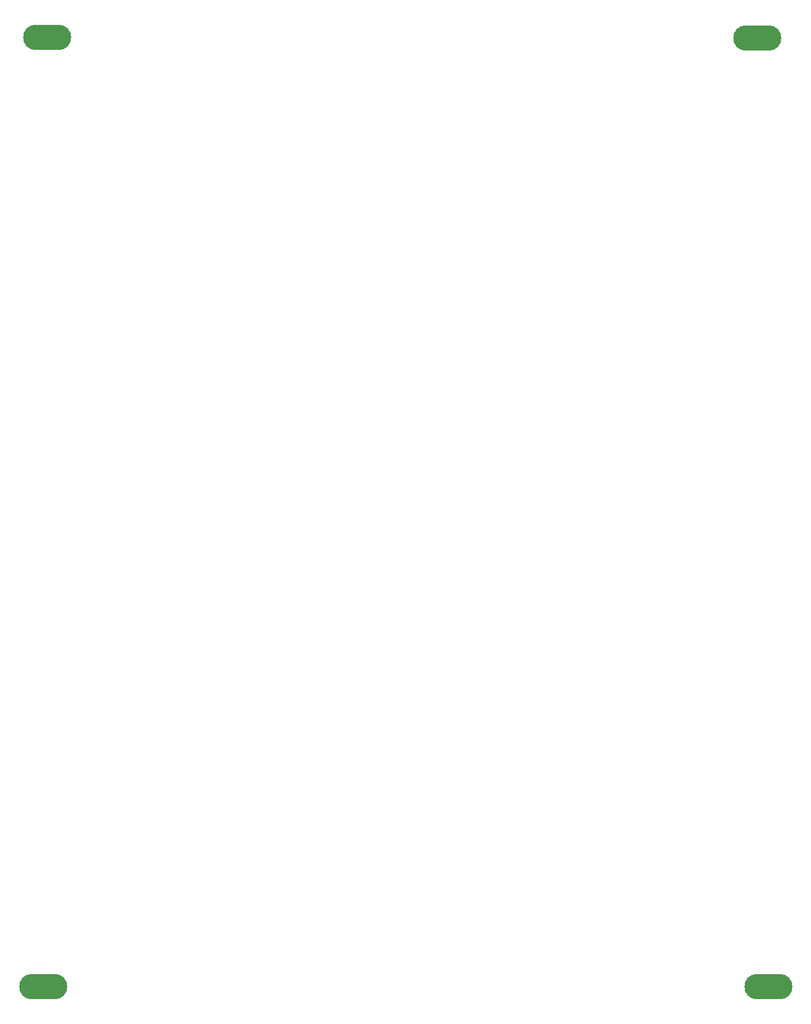
<source format=gbs>
G04 #@! TF.GenerationSoftware,KiCad,Pcbnew,(6.0.0)*
G04 #@! TF.CreationDate,2022-04-07T00:01:17+02:00*
G04 #@! TF.ProjectId,GenerativeEngineFaceplate,47656e65-7261-4746-9976-65456e67696e,rev?*
G04 #@! TF.SameCoordinates,Original*
G04 #@! TF.FileFunction,Soldermask,Bot*
G04 #@! TF.FilePolarity,Negative*
%FSLAX46Y46*%
G04 Gerber Fmt 4.6, Leading zero omitted, Abs format (unit mm)*
G04 Created by KiCad (PCBNEW (6.0.0)) date 2022-04-07 00:01:17*
%MOMM*%
%LPD*%
G01*
G04 APERTURE LIST*
%ADD10O,6.200000X3.300000*%
G04 APERTURE END LIST*
D10*
X139192000Y-162941000D03*
X45516800Y-162890200D03*
X45999400Y-40309800D03*
X137795000Y-40360600D03*
M02*

</source>
